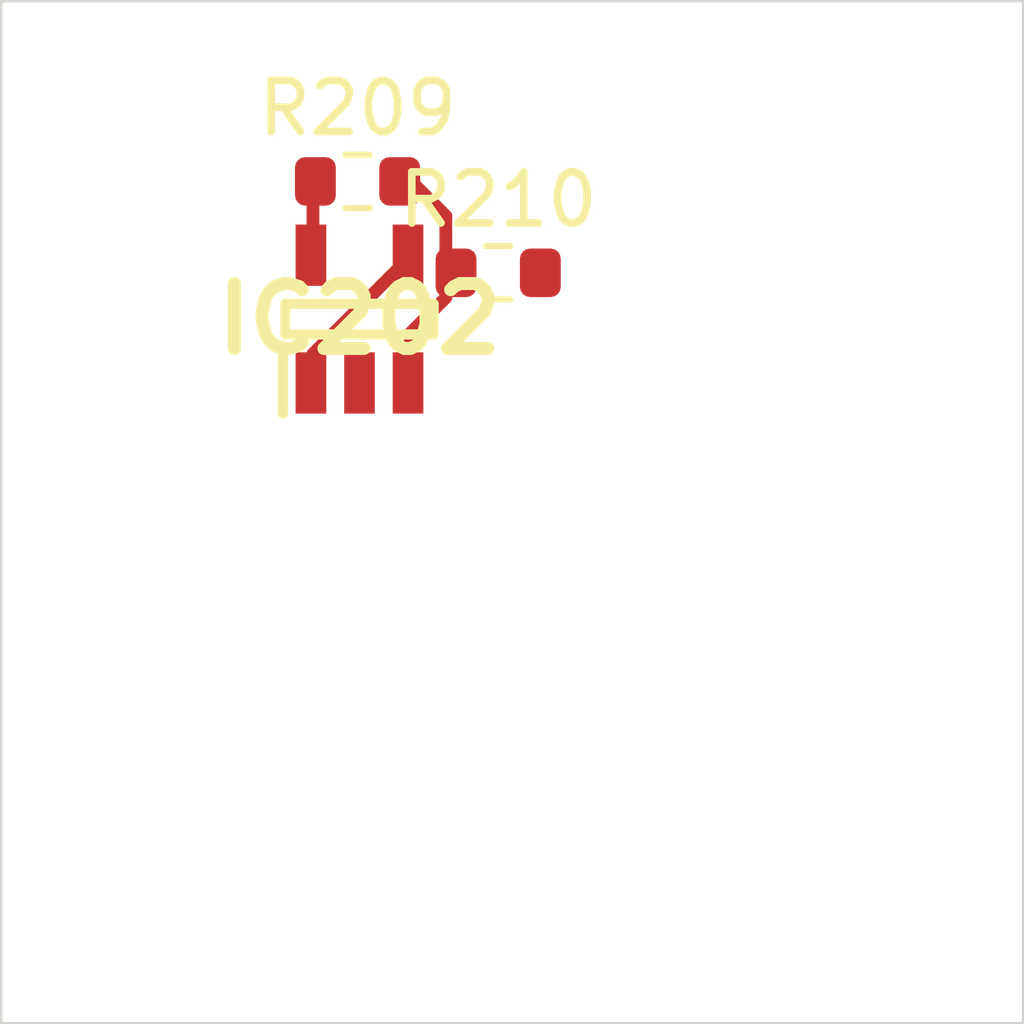
<source format=kicad_pcb>
 ( kicad_pcb  ( version 20171130 )
 ( host pcbnew 5.1.12-84ad8e8a86~92~ubuntu18.04.1 )
 ( general  ( thickness 1.6 )
 ( drawings 4 )
 ( tracks 0 )
 ( zones 0 )
 ( modules 3 )
 ( nets 5 )
)
 ( page A4 )
 ( layers  ( 0 F.Cu signal )
 ( 31 B.Cu signal )
 ( 32 B.Adhes user )
 ( 33 F.Adhes user )
 ( 34 B.Paste user )
 ( 35 F.Paste user )
 ( 36 B.SilkS user )
 ( 37 F.SilkS user )
 ( 38 B.Mask user )
 ( 39 F.Mask user )
 ( 40 Dwgs.User user )
 ( 41 Cmts.User user )
 ( 42 Eco1.User user )
 ( 43 Eco2.User user )
 ( 44 Edge.Cuts user )
 ( 45 Margin user )
 ( 46 B.CrtYd user )
 ( 47 F.CrtYd user )
 ( 48 B.Fab user )
 ( 49 F.Fab user )
)
 ( setup  ( last_trace_width 0.25 )
 ( trace_clearance 0.2 )
 ( zone_clearance 0.508 )
 ( zone_45_only no )
 ( trace_min 0.2 )
 ( via_size 0.8 )
 ( via_drill 0.4 )
 ( via_min_size 0.4 )
 ( via_min_drill 0.3 )
 ( uvia_size 0.3 )
 ( uvia_drill 0.1 )
 ( uvias_allowed no )
 ( uvia_min_size 0.2 )
 ( uvia_min_drill 0.1 )
 ( edge_width 0.05 )
 ( segment_width 0.2 )
 ( pcb_text_width 0.3 )
 ( pcb_text_size 1.5 1.5 )
 ( mod_edge_width 0.12 )
 ( mod_text_size 1 1 )
 ( mod_text_width 0.15 )
 ( pad_size 1.524 1.524 )
 ( pad_drill 0.762 )
 ( pad_to_mask_clearance 0 )
 ( aux_axis_origin 0 0 )
 ( visible_elements FFFFFF7F )
 ( pcbplotparams  ( layerselection 0x010fc_ffffffff )
 ( usegerberextensions false )
 ( usegerberattributes true )
 ( usegerberadvancedattributes true )
 ( creategerberjobfile true )
 ( excludeedgelayer true )
 ( linewidth 0.100000 )
 ( plotframeref false )
 ( viasonmask false )
 ( mode 1 )
 ( useauxorigin false )
 ( hpglpennumber 1 )
 ( hpglpenspeed 20 )
 ( hpglpendiameter 15.000000 )
 ( psnegative false )
 ( psa4output false )
 ( plotreference true )
 ( plotvalue true )
 ( plotinvisibletext false )
 ( padsonsilk false )
 ( subtractmaskfromsilk false )
 ( outputformat 1 )
 ( mirror false )
 ( drillshape 1 )
 ( scaleselection 1 )
 ( outputdirectory "" )
)
)
 ( net 0 "" )
 ( net 1 GND )
 ( net 2 VDDA )
 ( net 3 /Sheet6235D886/vp )
 ( net 4 "Net-(IC202-Pad3)" )
 ( net_class Default "This is the default net class."  ( clearance 0.2 )
 ( trace_width 0.25 )
 ( via_dia 0.8 )
 ( via_drill 0.4 )
 ( uvia_dia 0.3 )
 ( uvia_drill 0.1 )
 ( add_net /Sheet6235D886/vp )
 ( add_net GND )
 ( add_net "Net-(IC202-Pad3)" )
 ( add_net VDDA )
)
 ( module SOT95P280X145-5N locked  ( layer F.Cu )
 ( tedit 62336ED7 )
 ( tstamp 623423ED )
 ( at 87.010600 106.220000 90.000000 )
 ( descr DBV0005A )
 ( tags "Integrated Circuit" )
 ( path /6235D887/6266C08E )
 ( attr smd )
 ( fp_text reference IC202  ( at 0 0 )
 ( layer F.SilkS )
 ( effects  ( font  ( size 1.27 1.27 )
 ( thickness 0.254 )
)
)
)
 ( fp_text value TL071HIDBVR  ( at 0 0 )
 ( layer F.SilkS )
hide  ( effects  ( font  ( size 1.27 1.27 )
 ( thickness 0.254 )
)
)
)
 ( fp_line  ( start -1.85 -1.5 )
 ( end -0.65 -1.5 )
 ( layer F.SilkS )
 ( width 0.2 )
)
 ( fp_line  ( start -0.3 1.45 )
 ( end -0.3 -1.45 )
 ( layer F.SilkS )
 ( width 0.2 )
)
 ( fp_line  ( start 0.3 1.45 )
 ( end -0.3 1.45 )
 ( layer F.SilkS )
 ( width 0.2 )
)
 ( fp_line  ( start 0.3 -1.45 )
 ( end 0.3 1.45 )
 ( layer F.SilkS )
 ( width 0.2 )
)
 ( fp_line  ( start -0.3 -1.45 )
 ( end 0.3 -1.45 )
 ( layer F.SilkS )
 ( width 0.2 )
)
 ( fp_line  ( start -0.8 -0.5 )
 ( end 0.15 -1.45 )
 ( layer Dwgs.User )
 ( width 0.1 )
)
 ( fp_line  ( start -0.8 1.45 )
 ( end -0.8 -1.45 )
 ( layer Dwgs.User )
 ( width 0.1 )
)
 ( fp_line  ( start 0.8 1.45 )
 ( end -0.8 1.45 )
 ( layer Dwgs.User )
 ( width 0.1 )
)
 ( fp_line  ( start 0.8 -1.45 )
 ( end 0.8 1.45 )
 ( layer Dwgs.User )
 ( width 0.1 )
)
 ( fp_line  ( start -0.8 -1.45 )
 ( end 0.8 -1.45 )
 ( layer Dwgs.User )
 ( width 0.1 )
)
 ( fp_line  ( start -2.1 1.775 )
 ( end -2.1 -1.775 )
 ( layer Dwgs.User )
 ( width 0.05 )
)
 ( fp_line  ( start 2.1 1.775 )
 ( end -2.1 1.775 )
 ( layer Dwgs.User )
 ( width 0.05 )
)
 ( fp_line  ( start 2.1 -1.775 )
 ( end 2.1 1.775 )
 ( layer Dwgs.User )
 ( width 0.05 )
)
 ( fp_line  ( start -2.1 -1.775 )
 ( end 2.1 -1.775 )
 ( layer Dwgs.User )
 ( width 0.05 )
)
 ( pad 1 smd rect  ( at -1.25 -0.95 180.000000 )
 ( size 0.6 1.2 )
 ( layers F.Cu F.Mask F.Paste )
 ( net 3 /Sheet6235D886/vp )
)
 ( pad 2 smd rect  ( at -1.25 0 180.000000 )
 ( size 0.6 1.2 )
 ( layers F.Cu F.Mask F.Paste )
 ( net 1 GND )
)
 ( pad 3 smd rect  ( at -1.25 0.95 180.000000 )
 ( size 0.6 1.2 )
 ( layers F.Cu F.Mask F.Paste )
 ( net 4 "Net-(IC202-Pad3)" )
)
 ( pad 4 smd rect  ( at 1.25 0.95 180.000000 )
 ( size 0.6 1.2 )
 ( layers F.Cu F.Mask F.Paste )
 ( net 3 /Sheet6235D886/vp )
)
 ( pad 5 smd rect  ( at 1.25 -0.95 180.000000 )
 ( size 0.6 1.2 )
 ( layers F.Cu F.Mask F.Paste )
 ( net 2 VDDA )
)
)
 ( module Resistor_SMD:R_0603_1608Metric  ( layer F.Cu )
 ( tedit 5F68FEEE )
 ( tstamp 62342595 )
 ( at 86.972700 103.525000 )
 ( descr "Resistor SMD 0603 (1608 Metric), square (rectangular) end terminal, IPC_7351 nominal, (Body size source: IPC-SM-782 page 72, https://www.pcb-3d.com/wordpress/wp-content/uploads/ipc-sm-782a_amendment_1_and_2.pdf), generated with kicad-footprint-generator" )
 ( tags resistor )
 ( path /6235D887/623CDBD9 )
 ( attr smd )
 ( fp_text reference R209  ( at 0 -1.43 )
 ( layer F.SilkS )
 ( effects  ( font  ( size 1 1 )
 ( thickness 0.15 )
)
)
)
 ( fp_text value 100k  ( at 0 1.43 )
 ( layer F.Fab )
 ( effects  ( font  ( size 1 1 )
 ( thickness 0.15 )
)
)
)
 ( fp_line  ( start -0.8 0.4125 )
 ( end -0.8 -0.4125 )
 ( layer F.Fab )
 ( width 0.1 )
)
 ( fp_line  ( start -0.8 -0.4125 )
 ( end 0.8 -0.4125 )
 ( layer F.Fab )
 ( width 0.1 )
)
 ( fp_line  ( start 0.8 -0.4125 )
 ( end 0.8 0.4125 )
 ( layer F.Fab )
 ( width 0.1 )
)
 ( fp_line  ( start 0.8 0.4125 )
 ( end -0.8 0.4125 )
 ( layer F.Fab )
 ( width 0.1 )
)
 ( fp_line  ( start -0.237258 -0.5225 )
 ( end 0.237258 -0.5225 )
 ( layer F.SilkS )
 ( width 0.12 )
)
 ( fp_line  ( start -0.237258 0.5225 )
 ( end 0.237258 0.5225 )
 ( layer F.SilkS )
 ( width 0.12 )
)
 ( fp_line  ( start -1.48 0.73 )
 ( end -1.48 -0.73 )
 ( layer F.CrtYd )
 ( width 0.05 )
)
 ( fp_line  ( start -1.48 -0.73 )
 ( end 1.48 -0.73 )
 ( layer F.CrtYd )
 ( width 0.05 )
)
 ( fp_line  ( start 1.48 -0.73 )
 ( end 1.48 0.73 )
 ( layer F.CrtYd )
 ( width 0.05 )
)
 ( fp_line  ( start 1.48 0.73 )
 ( end -1.48 0.73 )
 ( layer F.CrtYd )
 ( width 0.05 )
)
 ( fp_text user %R  ( at 0 0 )
 ( layer F.Fab )
 ( effects  ( font  ( size 0.4 0.4 )
 ( thickness 0.06 )
)
)
)
 ( pad 1 smd roundrect  ( at -0.825 0 )
 ( size 0.8 0.95 )
 ( layers F.Cu F.Mask F.Paste )
 ( roundrect_rratio 0.25 )
 ( net 2 VDDA )
)
 ( pad 2 smd roundrect  ( at 0.825 0 )
 ( size 0.8 0.95 )
 ( layers F.Cu F.Mask F.Paste )
 ( roundrect_rratio 0.25 )
 ( net 4 "Net-(IC202-Pad3)" )
)
 ( model ${KISYS3DMOD}/Resistor_SMD.3dshapes/R_0603_1608Metric.wrl  ( at  ( xyz 0 0 0 )
)
 ( scale  ( xyz 1 1 1 )
)
 ( rotate  ( xyz 0 0 0 )
)
)
)
 ( module Resistor_SMD:R_0603_1608Metric  ( layer F.Cu )
 ( tedit 5F68FEEE )
 ( tstamp 623425A6 )
 ( at 89.725100 105.314000 )
 ( descr "Resistor SMD 0603 (1608 Metric), square (rectangular) end terminal, IPC_7351 nominal, (Body size source: IPC-SM-782 page 72, https://www.pcb-3d.com/wordpress/wp-content/uploads/ipc-sm-782a_amendment_1_and_2.pdf), generated with kicad-footprint-generator" )
 ( tags resistor )
 ( path /6235D887/623CDBDF )
 ( attr smd )
 ( fp_text reference R210  ( at 0 -1.43 )
 ( layer F.SilkS )
 ( effects  ( font  ( size 1 1 )
 ( thickness 0.15 )
)
)
)
 ( fp_text value 100k  ( at 0 1.43 )
 ( layer F.Fab )
 ( effects  ( font  ( size 1 1 )
 ( thickness 0.15 )
)
)
)
 ( fp_line  ( start 1.48 0.73 )
 ( end -1.48 0.73 )
 ( layer F.CrtYd )
 ( width 0.05 )
)
 ( fp_line  ( start 1.48 -0.73 )
 ( end 1.48 0.73 )
 ( layer F.CrtYd )
 ( width 0.05 )
)
 ( fp_line  ( start -1.48 -0.73 )
 ( end 1.48 -0.73 )
 ( layer F.CrtYd )
 ( width 0.05 )
)
 ( fp_line  ( start -1.48 0.73 )
 ( end -1.48 -0.73 )
 ( layer F.CrtYd )
 ( width 0.05 )
)
 ( fp_line  ( start -0.237258 0.5225 )
 ( end 0.237258 0.5225 )
 ( layer F.SilkS )
 ( width 0.12 )
)
 ( fp_line  ( start -0.237258 -0.5225 )
 ( end 0.237258 -0.5225 )
 ( layer F.SilkS )
 ( width 0.12 )
)
 ( fp_line  ( start 0.8 0.4125 )
 ( end -0.8 0.4125 )
 ( layer F.Fab )
 ( width 0.1 )
)
 ( fp_line  ( start 0.8 -0.4125 )
 ( end 0.8 0.4125 )
 ( layer F.Fab )
 ( width 0.1 )
)
 ( fp_line  ( start -0.8 -0.4125 )
 ( end 0.8 -0.4125 )
 ( layer F.Fab )
 ( width 0.1 )
)
 ( fp_line  ( start -0.8 0.4125 )
 ( end -0.8 -0.4125 )
 ( layer F.Fab )
 ( width 0.1 )
)
 ( fp_text user %R  ( at 0 0 )
 ( layer F.Fab )
 ( effects  ( font  ( size 0.4 0.4 )
 ( thickness 0.06 )
)
)
)
 ( pad 2 smd roundrect  ( at 0.825 0 )
 ( size 0.8 0.95 )
 ( layers F.Cu F.Mask F.Paste )
 ( roundrect_rratio 0.25 )
 ( net 1 GND )
)
 ( pad 1 smd roundrect  ( at -0.825 0 )
 ( size 0.8 0.95 )
 ( layers F.Cu F.Mask F.Paste )
 ( roundrect_rratio 0.25 )
 ( net 4 "Net-(IC202-Pad3)" )
)
 ( model ${KISYS3DMOD}/Resistor_SMD.3dshapes/R_0603_1608Metric.wrl  ( at  ( xyz 0 0 0 )
)
 ( scale  ( xyz 1 1 1 )
)
 ( rotate  ( xyz 0 0 0 )
)
)
)
 ( gr_line  ( start 100 100 )
 ( end 100 120 )
 ( layer Edge.Cuts )
 ( width 0.05 )
 ( tstamp 62E770C4 )
)
 ( gr_line  ( start 80 120 )
 ( end 100 120 )
 ( layer Edge.Cuts )
 ( width 0.05 )
 ( tstamp 62E770C0 )
)
 ( gr_line  ( start 80 100 )
 ( end 100 100 )
 ( layer Edge.Cuts )
 ( width 0.05 )
 ( tstamp 6234110C )
)
 ( gr_line  ( start 80 100 )
 ( end 80 120 )
 ( layer Edge.Cuts )
 ( width 0.05 )
)
 ( segment  ( start 86.100001 103.500002 )
 ( end 86.100001 105.000002 )
 ( width 0.250000 )
 ( layer F.Cu )
 ( net 2 )
)
 ( segment  ( start 88.000001 105.000002 )
 ( end 86.100001 106.900002 )
 ( width 0.250000 )
 ( layer F.Cu )
 ( net 3 )
)
 ( segment  ( start 86.100001 106.900002 )
 ( end 86.100001 107.500002 )
 ( width 0.250000 )
 ( layer F.Cu )
 ( net 3 )
)
 ( segment  ( start 87.800001 103.500002 )
 ( end 88.000001 103.500002 )
 ( width 0.250000 )
 ( layer F.Cu )
 ( net 4 )
)
 ( segment  ( start 88.000001 103.500002 )
 ( end 88.700001 104.200002 )
 ( width 0.250000 )
 ( layer F.Cu )
 ( net 4 )
)
 ( segment  ( start 88.700001 104.200002 )
 ( end 88.700001 105.800002 )
 ( width 0.250000 )
 ( layer F.Cu )
 ( net 4 )
)
 ( segment  ( start 88.700001 105.800002 )
 ( end 88.000001 106.500002 )
 ( width 0.250000 )
 ( layer F.Cu )
 ( net 4 )
)
 ( segment  ( start 88.000001 106.500002 )
 ( end 88.000001 107.500002 )
 ( width 0.250000 )
 ( layer F.Cu )
 ( net 4 )
)
 ( segment  ( start 88.900001 105.300002 )
 ( end 88.700001 105.300002 )
 ( width 0.250000 )
 ( layer F.Cu )
 ( net 4 )
)
)

</source>
